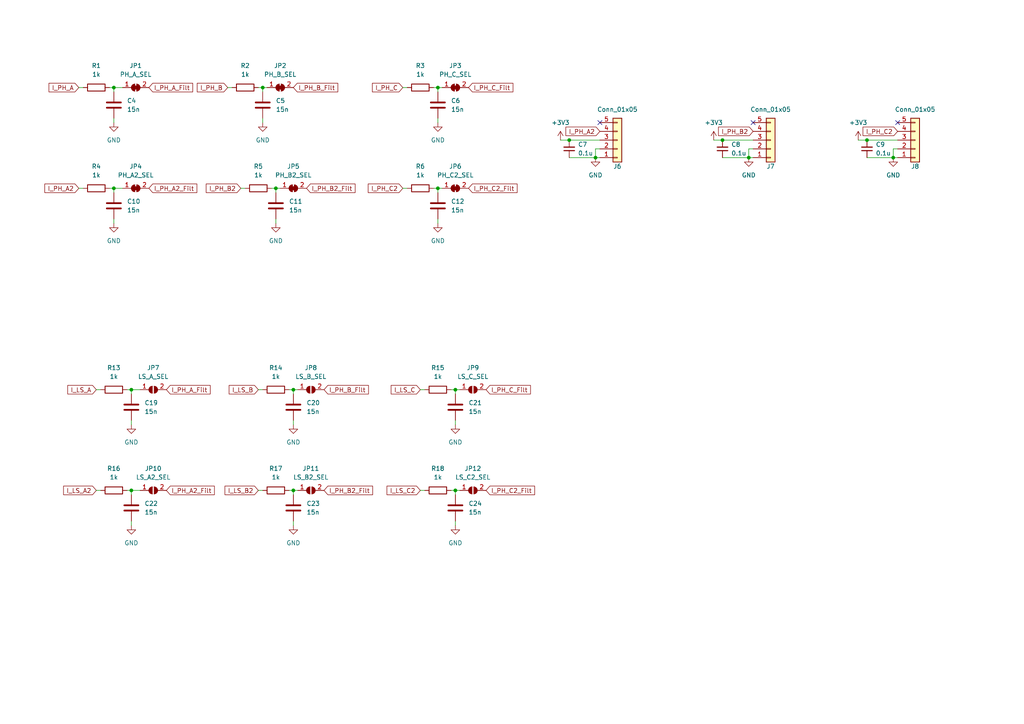
<source format=kicad_sch>
(kicad_sch (version 20230121) (generator eeschema)
  (paper "A4")
  (lib_symbols
    (symbol "Connector_Generic:Conn_01x05" (pin_names (offset 1.016) hide)
      (property "Reference" "J" (at 0 7.62 0))
      (property "Value" "Conn_01x05" (at 0 -7.62 0))
      (symbol "Conn_01x05_1_1"
        (rectangle (start -1.27 -4.953) (end 0 -5.207) (stroke (width 0.1524)))
        (rectangle (start -1.27 -2.413) (end 0 -2.667) (stroke (width 0.1524)))
        (rectangle (start -1.27 0.127) (end 0 -0.127) (stroke (width 0.1524)))
        (rectangle (start -1.27 2.667) (end 0 2.413) (stroke (width 0.1524)))
        (rectangle (start -1.27 5.207) (end 0 4.953) (stroke (width 0.1524)))
        (rectangle (start -1.27 6.35) (end 1.27 -6.35) (stroke (width 0.254)) (fill (type background)))
        (pin passive line (at -5.08 5.08 0) (length 3.81) (name "Pin_1") (number "1"))
        (pin passive line (at -5.08 2.54 0) (length 3.81) (name "Pin_2") (number "2"))
        (pin passive line (at -5.08 0 0) (length 3.81) (name "Pin_3") (number "3"))
        (pin passive line (at -5.08 -2.54 0) (length 3.81) (name "Pin_4") (number "4"))
        (pin passive line (at -5.08 -5.08 0) (length 3.81) (name "Pin_5") (number "5"))
      )
    )
    (symbol "Device:C" (pin_numbers hide) (pin_names (offset 0.254))
      (property "Reference" "C" (at 0.635 2.54 0))
      (property "Value" "C" (at 0.635 -2.54 0))
      (symbol "C_0_1"
        (polyline (pts (xy -2.032 -0.762) (xy 2.032 -0.762)) (stroke (width 0.508)))
        (polyline (pts (xy -2.032 0.762) (xy 2.032 0.762)) (stroke (width 0.508)))
      )
      (symbol "C_1_1"
        (pin passive line (at 0 3.81 270) (length 2.794) (name "~") (number "1"))
        (pin passive line (at 0 -3.81 90) (length 2.794) (name "~") (number "2"))
      )
    )
    (symbol "Device:C_Small" (pin_numbers hide) (pin_names (offset 0.254) hide)
      (property "Reference" "C" (at 0.254 1.778 0))
      (property "Value" "C_Small" (at 0.254 -2.032 0))
      (symbol "C_Small_0_1"
        (polyline (pts (xy -1.524 -0.508) (xy 1.524 -0.508)) (stroke (width 0.3302)))
        (polyline (pts (xy -1.524 0.508) (xy 1.524 0.508)) (stroke (width 0.3048)))
      )
      (symbol "C_Small_1_1"
        (pin passive line (at 0 2.54 270) (length 2.032) (name "~") (number "1"))
        (pin passive line (at 0 -2.54 90) (length 2.032) (name "~") (number "2"))
      )
    )
    (symbol "Device:R" (pin_numbers hide) (pin_names (offset 0))
      (property "Reference" "R" (at 2.032 0 90))
      (property "Value" "R" (at 0 0 90))
      (symbol "R_0_1"
        (rectangle (start -1.016 -2.54) (end 1.016 2.54) (stroke (width 0.254)))
      )
      (symbol "R_1_1"
        (pin passive line (at 0 3.81 270) (length 1.27) (name "~") (number "1"))
        (pin passive line (at 0 -3.81 90) (length 1.27) (name "~") (number "2"))
      )
    )
    (symbol "Jumper:SolderJumper_2_Bridged" (pin_names (offset 0) hide)
      (property "Reference" "JP" (at 0 2.032 0))
      (property "Value" "SolderJumper_2_Bridged" (at 0 -2.54 0))
      (symbol "SolderJumper_2_Bridged_0_1"
        (rectangle (start -0.508 0.508) (end 0.508 -0.508) (fill (type outline)))
        (arc (start -0.254 1.016) (mid -1.2656 0) (end -0.254 -1.016))
        (arc (start -0.254 1.016) (mid -1.2656 0) (end -0.254 -1.016) (fill (type outline)))
        (polyline (pts (xy -0.254 1.016) (xy -0.254 -1.016)))
        (polyline (pts (xy 0.254 1.016) (xy 0.254 -1.016)))
        (arc (start 0.254 -1.016) (mid 1.2656 0) (end 0.254 1.016))
        (arc (start 0.254 -1.016) (mid 1.2656 0) (end 0.254 1.016) (fill (type outline)))
      )
      (symbol "SolderJumper_2_Bridged_1_1"
        (pin passive line (at -3.81 0 0) (length 2.54) (name "A") (number "1"))
        (pin passive line (at 3.81 0 180) (length 2.54) (name "B") (number "2"))
      )
    )
    (symbol "Jumper:SolderJumper_2_Open" (pin_names (offset 0) hide)
      (property "Reference" "JP" (at 0 2.032 0))
      (property "Value" "SolderJumper_2_Open" (at 0 -2.54 0))
      (symbol "SolderJumper_2_Open_0_1"
        (arc (start -0.254 1.016) (mid -1.2656 0) (end -0.254 -1.016))
        (arc (start -0.254 1.016) (mid -1.2656 0) (end -0.254 -1.016) (fill (type outline)))
        (polyline (pts (xy -0.254 1.016) (xy -0.254 -1.016)))
        (polyline (pts (xy 0.254 1.016) (xy 0.254 -1.016)))
        (arc (start 0.254 -1.016) (mid 1.2656 0) (end 0.254 1.016))
        (arc (start 0.254 -1.016) (mid 1.2656 0) (end 0.254 1.016) (fill (type outline)))
      )
      (symbol "SolderJumper_2_Open_1_1"
        (pin passive line (at -3.81 0 0) (length 2.54) (name "A") (number "1"))
        (pin passive line (at 3.81 0 180) (length 2.54) (name "B") (number "2"))
      )
    )
    (symbol "power:+3.3V" (power) (pin_names (offset 0))
      (property "Value" "+3.3V" (at 0 3.556 0))
      (symbol "+3.3V_0_1"
        (polyline (pts (xy -0.762 1.27) (xy 0 2.54)))
        (polyline (pts (xy 0 0) (xy 0 2.54)))
        (polyline (pts (xy 0 2.54) (xy 0.762 1.27)))
      )
      (symbol "+3.3V_1_1"
        (pin power_in line (at 0 0 90) (length 0) hide (name "+3V3") (number "1"))
      )
    )
    (symbol "power:GND" (power) (pin_names (offset 0))
      (property "Value" "GND" (at 0 -3.81 0))
      (symbol "GND_0_1"
        (polyline (pts (xy 0 0) (xy 0 -1.27) (xy 1.27 -1.27) (xy 0 -2.54) (xy -1.27 -1.27) (xy 0 -1.27)))
      )
      (symbol "GND_1_1"
        (pin power_in line (at 0 0 270) (length 0) hide (name "GND") (number "1"))
      )
    )
  )
  (junction (at 172.72 45.72))
  (junction (at 132.08 142.24))
  (junction (at 85.09 142.24))
  (junction (at 209.55 40.64))
  (junction (at 165.1 40.64))
  (junction (at 76.2 25.4))
  (junction (at 33.02 54.61))
  (junction (at 127 25.4))
  (junction (at 80.01 54.61))
  (junction (at 259.08 45.72))
  (junction (at 132.08 113.03))
  (junction (at 85.09 113.03))
  (junction (at 217.17 45.72))
  (junction (at 38.1 142.24))
  (junction (at 251.46 40.64))
  (junction (at 127 54.61))
  (junction (at 33.02 25.4))
  (junction (at 38.1 113.03))
  (no_connect (at 218.44 35.56))
  (no_connect (at 173.99 35.56))
  (no_connect (at 260.35 35.56))
  (wire (pts (xy 127 54.61) (xy 128.27 54.61)))
  (wire (pts (xy 22.86 54.61) (xy 24.13 54.61)))
  (wire (pts (xy 33.02 34.29) (xy 33.02 35.56)))
  (wire (pts (xy 85.09 113.03) (xy 85.09 114.3)))
  (wire (pts (xy 207.01 40.64) (xy 209.55 40.64)))
  (wire (pts (xy 74.93 25.4) (xy 76.2 25.4)))
  (wire (pts (xy 33.02 54.61) (xy 35.56 54.61)))
  (wire (pts (xy 83.82 142.24) (xy 85.09 142.24)))
  (wire (pts (xy 165.1 45.72) (xy 172.72 45.72)))
  (wire (pts (xy 38.1 121.92) (xy 38.1 123.19)))
  (wire (pts (xy 127 25.4) (xy 127 26.67)))
  (wire (pts (xy 132.08 113.03) (xy 132.08 114.3)))
  (wire (pts (xy 116.84 25.4) (xy 118.11 25.4)))
  (wire (pts (xy 217.17 45.72) (xy 218.44 45.72)))
  (wire (pts (xy 162.56 40.64) (xy 165.1 40.64)))
  (wire (pts (xy 74.93 113.03) (xy 76.2 113.03)))
  (wire (pts (xy 132.08 113.03) (xy 133.35 113.03)))
  (wire (pts (xy 127 54.61) (xy 127 55.88)))
  (wire (pts (xy 86.36 113.03) (xy 85.09 113.03)))
  (wire (pts (xy 78.74 54.61) (xy 80.01 54.61)))
  (wire (pts (xy 80.01 54.61) (xy 80.01 55.88)))
  (wire (pts (xy 76.2 34.29) (xy 76.2 35.56)))
  (wire (pts (xy 172.72 45.72) (xy 173.99 45.72)))
  (wire (pts (xy 22.86 25.4) (xy 24.13 25.4)))
  (wire (pts (xy 85.09 151.13) (xy 85.09 152.4)))
  (wire (pts (xy 172.72 43.18) (xy 173.99 43.18)))
  (wire (pts (xy 38.1 113.03) (xy 40.64 113.03)))
  (wire (pts (xy 33.02 54.61) (xy 33.02 55.88)))
  (wire (pts (xy 38.1 151.13) (xy 38.1 152.4)))
  (wire (pts (xy 132.08 142.24) (xy 132.08 143.51)))
  (wire (pts (xy 69.85 54.61) (xy 71.12 54.61)))
  (wire (pts (xy 74.93 142.24) (xy 76.2 142.24)))
  (wire (pts (xy 127 25.4) (xy 128.27 25.4)))
  (wire (pts (xy 259.08 43.18) (xy 260.35 43.18)))
  (wire (pts (xy 125.73 25.4) (xy 127 25.4)))
  (wire (pts (xy 132.08 121.92) (xy 132.08 123.19)))
  (wire (pts (xy 31.75 54.61) (xy 33.02 54.61)))
  (wire (pts (xy 130.81 142.24) (xy 132.08 142.24)))
  (wire (pts (xy 33.02 25.4) (xy 35.56 25.4)))
  (wire (pts (xy 251.46 40.64) (xy 260.35 40.64)))
  (wire (pts (xy 217.17 45.72) (xy 217.17 43.18)))
  (wire (pts (xy 116.84 54.61) (xy 118.11 54.61)))
  (wire (pts (xy 38.1 142.24) (xy 38.1 143.51)))
  (wire (pts (xy 259.08 45.72) (xy 260.35 45.72)))
  (wire (pts (xy 165.1 40.64) (xy 173.99 40.64)))
  (wire (pts (xy 132.08 142.24) (xy 133.35 142.24)))
  (wire (pts (xy 209.55 45.72) (xy 217.17 45.72)))
  (wire (pts (xy 127 63.5) (xy 127 64.77)))
  (wire (pts (xy 209.55 40.64) (xy 218.44 40.64)))
  (wire (pts (xy 127 34.29) (xy 127 35.56)))
  (wire (pts (xy 259.08 45.72) (xy 259.08 43.18)))
  (wire (pts (xy 36.83 113.03) (xy 38.1 113.03)))
  (wire (pts (xy 121.92 142.24) (xy 123.19 142.24)))
  (wire (pts (xy 132.08 151.13) (xy 132.08 152.4)))
  (wire (pts (xy 31.75 25.4) (xy 33.02 25.4)))
  (wire (pts (xy 172.72 45.72) (xy 172.72 43.18)))
  (wire (pts (xy 38.1 142.24) (xy 40.64 142.24)))
  (wire (pts (xy 85.09 142.24) (xy 85.09 143.51)))
  (wire (pts (xy 80.01 54.61) (xy 81.28 54.61)))
  (wire (pts (xy 130.81 113.03) (xy 132.08 113.03)))
  (wire (pts (xy 76.2 25.4) (xy 76.2 26.67)))
  (wire (pts (xy 251.46 45.72) (xy 259.08 45.72)))
  (wire (pts (xy 33.02 25.4) (xy 33.02 26.67)))
  (wire (pts (xy 27.94 113.03) (xy 29.21 113.03)))
  (wire (pts (xy 27.94 142.24) (xy 29.21 142.24)))
  (wire (pts (xy 85.09 121.92) (xy 85.09 123.19)))
  (wire (pts (xy 85.09 142.24) (xy 86.36 142.24)))
  (wire (pts (xy 125.73 54.61) (xy 127 54.61)))
  (wire (pts (xy 80.01 63.5) (xy 80.01 64.77)))
  (wire (pts (xy 248.92 40.64) (xy 251.46 40.64)))
  (wire (pts (xy 36.83 142.24) (xy 38.1 142.24)))
  (wire (pts (xy 66.04 25.4) (xy 67.31 25.4)))
  (wire (pts (xy 33.02 63.5) (xy 33.02 64.77)))
  (wire (pts (xy 38.1 113.03) (xy 38.1 114.3)))
  (wire (pts (xy 121.92 113.03) (xy 123.19 113.03)))
  (wire (pts (xy 83.82 113.03) (xy 85.09 113.03)))
  (wire (pts (xy 77.47 25.4) (xy 76.2 25.4)))
  (wire (pts (xy 217.17 43.18) (xy 218.44 43.18)))
  (global_label "I_PH_B2_Filt" (shape input) (at 93.98 142.24 0) (property "Intersheetrefs" "${INTERSHEET_REFS}" (effects hide)))
  (global_label "I_LS_C2" (shape input) (at 121.92 142.24 180) (property "Intersheetrefs" "${INTERSHEET_REFS}" (effects hide)))
  (global_label "I_PH_C_Filt" (shape input) (at 140.97 113.03 0) (property "Intersheetrefs" "${INTERSHEET_REFS}" (effects hide)))
  (global_label "I_PH_A_Filt" (shape input) (at 43.18 25.4 0) (property "Intersheetrefs" "${INTERSHEET_REFS}" (effects hide)))
  (global_label "I_PH_C2_Filt" (shape input) (at 140.97 142.24 0) (property "Intersheetrefs" "${INTERSHEET_REFS}" (effects hide)))
  (global_label "I_PH_B_Filt" (shape input) (at 85.09 25.4 0) (property "Intersheetrefs" "${INTERSHEET_REFS}" (effects hide)))
  (global_label "I_PH_C_Filt" (shape input) (at 135.89 25.4 0) (property "Intersheetrefs" "${INTERSHEET_REFS}" (effects hide)))
  (global_label "I_PH_A_Filt" (shape input) (at 48.26 113.03 0) (property "Intersheetrefs" "${INTERSHEET_REFS}" (effects hide)))
  (global_label "I_PH_A2_Filt" (shape input) (at 43.18 54.61 0) (property "Intersheetrefs" "${INTERSHEET_REFS}" (effects hide)))
  (global_label "I_PH_C2" (shape input) (at 116.84 54.61 180) (property "Intersheetrefs" "${INTERSHEET_REFS}" (effects hide)))
  (global_label "I_PH_A2_Filt" (shape input) (at 48.26 142.24 0) (property "Intersheetrefs" "${INTERSHEET_REFS}" (effects hide)))
  (global_label "I_LS_B" (shape input) (at 74.93 113.03 180) (property "Intersheetrefs" "${INTERSHEET_REFS}" (effects hide)))
  (global_label "I_PH_C2_Filt" (shape input) (at 135.89 54.61 0) (property "Intersheetrefs" "${INTERSHEET_REFS}" (effects hide)))
  (global_label "I_PH_B" (shape input) (at 66.04 25.4 180) (property "Intersheetrefs" "${INTERSHEET_REFS}" (effects hide)))
  (global_label "I_LS_A" (shape input) (at 27.94 113.03 180) (property "Intersheetrefs" "${INTERSHEET_REFS}" (effects hide)))
  (global_label "I_PH_B_Filt" (shape input) (at 93.98 113.03 0) (property "Intersheetrefs" "${INTERSHEET_REFS}" (effects hide)))
  (global_label "I_PH_A2" (shape input) (at 22.86 54.61 180) (property "Intersheetrefs" "${INTERSHEET_REFS}" (effects hide)))
  (global_label "I_PH_A2" (shape input) (at 173.99 38.1 180) (property "Intersheetrefs" "${INTERSHEET_REFS}" (effects hide)))
  (global_label "I_LS_B2" (shape input) (at 74.93 142.24 180) (property "Intersheetrefs" "${INTERSHEET_REFS}" (effects hide)))
  (global_label "I_PH_A" (shape input) (at 22.86 25.4 180) (property "Intersheetrefs" "${INTERSHEET_REFS}" (effects hide)))
  (global_label "I_LS_C" (shape input) (at 121.92 113.03 180) (property "Intersheetrefs" "${INTERSHEET_REFS}" (effects hide)))
  (global_label "I_LS_A2" (shape input) (at 27.94 142.24 180) (property "Intersheetrefs" "${INTERSHEET_REFS}" (effects hide)))
  (global_label "I_PH_B2" (shape input) (at 69.85 54.61 180) (property "Intersheetrefs" "${INTERSHEET_REFS}" (effects hide)))
  (global_label "I_PH_C" (shape input) (at 116.84 25.4 180) (property "Intersheetrefs" "${INTERSHEET_REFS}" (effects hide)))
  (global_label "I_PH_B2_Filt" (shape input) (at 88.9 54.61 0) (property "Intersheetrefs" "${INTERSHEET_REFS}" (effects hide)))
  (global_label "I_PH_C2" (shape input) (at 260.35 38.1 180) (property "Intersheetrefs" "${INTERSHEET_REFS}" (effects hide)))
  (global_label "I_PH_B2" (shape input) (at 218.44 38.1 180) (property "Intersheetrefs" "${INTERSHEET_REFS}" (effects hide)))
  (symbol (lib_id "Device:R") (at 74.93 54.61 90) (unit 1)
    (property "Reference" "R5" (at 74.93 48.26 90))
    (property "Value" "1k" (at 74.93 50.8 90))
    (property "Footprint" "Resistor_SMD:R_0603_1608Metric_Pad0.98x0.95mm_HandSolder" (effects hide))
  )
  (symbol (lib_id "power:GND") (at 80.01 64.77 0) (unit 1)
    (property "Reference" "#PWR026" (effects hide))
    (property "Value" "GND" (at 80.01 69.85 0))
  )
  (symbol (lib_id "power:GND") (at 85.09 123.19 0) (unit 1)
    (property "Reference" "#PWR047" (effects hide))
    (property "Value" "GND" (at 85.09 128.27 0))
  )
  (symbol (lib_id "Jumper:SolderJumper_2_Open") (at 44.45 113.03 0) (unit 1)
    (property "Reference" "JP7" (at 44.45 106.68 0))
    (property "Value" "LS_A_SEL" (at 44.45 109.22 0))
    (property "Footprint" "Jumper:SolderJumper-2_P1.3mm_Open_RoundedPad1.0x1.5mm" (effects hide))
  )
  (symbol (lib_id "Device:C") (at 33.02 30.48 0) (unit 1)
    (property "Reference" "C4" (at 36.83 29.21 0) (effects (justify left)))
    (property "Value" "15n" (at 36.83 31.75 0) (effects (justify left)))
    (property "Footprint" "Capacitor_SMD:C_0603_1608Metric_Pad1.08x0.95mm_HandSolder" (effects hide))
  )
  (symbol (lib_id "Device:C_Small") (at 209.55 43.18 180) (unit 1)
    (property "Reference" "C8" (at 212.09 41.9035 0) (effects (justify right)))
    (property "Value" "0.1u" (at 212.09 44.4435 0) (effects (justify right)))
    (property "Footprint" "Capacitor_SMD:C_0603_1608Metric_Pad1.08x0.95mm_HandSolder" (effects hide))
  )
  (symbol (lib_id "Device:C") (at 132.08 118.11 0) (unit 1)
    (property "Reference" "C21" (at 135.89 116.84 0) (effects (justify left)))
    (property "Value" "15n" (at 135.89 119.38 0) (effects (justify left)))
    (property "Footprint" "Capacitor_SMD:C_0603_1608Metric_Pad1.08x0.95mm_HandSolder" (effects hide))
  )
  (symbol (lib_id "Jumper:SolderJumper_2_Open") (at 137.16 113.03 0) (unit 1)
    (property "Reference" "JP9" (at 137.16 106.68 0))
    (property "Value" "LS_C_SEL" (at 137.16 109.22 0))
    (property "Footprint" "Jumper:SolderJumper-2_P1.3mm_Open_RoundedPad1.0x1.5mm" (effects hide))
  )
  (symbol (lib_id "power:GND") (at 132.08 123.19 0) (unit 1)
    (property "Reference" "#PWR049" (effects hide))
    (property "Value" "GND" (at 132.08 128.27 0))
  )
  (symbol (lib_id "Device:R") (at 27.94 25.4 90) (unit 1)
    (property "Reference" "R1" (at 27.94 19.05 90))
    (property "Value" "1k" (at 27.94 21.59 90))
    (property "Footprint" "Resistor_SMD:R_0603_1608Metric_Pad0.98x0.95mm_HandSolder" (effects hide))
  )
  (symbol (lib_id "power:GND") (at 172.72 45.72 0) (unit 1)
    (property "Reference" "#PWR021" (effects hide))
    (property "Value" "GND" (at 172.72 50.8 0))
  )
  (symbol (lib_id "Device:R") (at 27.94 54.61 90) (unit 1)
    (property "Reference" "R4" (at 27.94 48.26 90))
    (property "Value" "1k" (at 27.94 50.8 90))
    (property "Footprint" "Resistor_SMD:R_0603_1608Metric_Pad0.98x0.95mm_HandSolder" (effects hide))
  )
  (symbol (lib_id "Jumper:SolderJumper_2_Open") (at 137.16 142.24 0) (unit 1)
    (property "Reference" "JP12" (at 137.16 135.89 0))
    (property "Value" "LS_C2_SEL" (at 137.16 138.43 0))
    (property "Footprint" "Jumper:SolderJumper-2_P1.3mm_Open_RoundedPad1.0x1.5mm" (effects hide))
  )
  (symbol (lib_id "Device:C_Small") (at 251.46 43.18 180) (unit 1)
    (property "Reference" "C9" (at 254 41.9035 0) (effects (justify right)))
    (property "Value" "0.1u" (at 254 44.4435 0) (effects (justify right)))
    (property "Footprint" "Capacitor_SMD:C_0603_1608Metric_Pad1.08x0.95mm_HandSolder" (effects hide))
  )
  (symbol (lib_id "Device:R") (at 80.01 142.24 90) (unit 1)
    (property "Reference" "R17" (at 80.01 135.89 90))
    (property "Value" "1k" (at 80.01 138.43 90))
    (property "Footprint" "Resistor_SMD:R_0603_1608Metric_Pad0.98x0.95mm_HandSolder" (effects hide))
  )
  (symbol (lib_id "power:GND") (at 38.1 123.19 0) (unit 1)
    (property "Reference" "#PWR045" (effects hide))
    (property "Value" "GND" (at 38.1 128.27 0))
  )
  (symbol (lib_id "Jumper:SolderJumper_2_Bridged") (at 81.28 25.4 0) (unit 1)
    (property "Reference" "JP2" (at 81.28 19.05 0))
    (property "Value" "PH_B_SEL" (at 81.28 21.59 0))
    (property "Footprint" "Jumper:SolderJumper-2_P1.3mm_Bridged_RoundedPad1.0x1.5mm" (effects hide))
  )
  (symbol (lib_id "Device:C") (at 127 30.48 0) (unit 1)
    (property "Reference" "C6" (at 130.81 29.21 0) (effects (justify left)))
    (property "Value" "15n" (at 130.81 31.75 0) (effects (justify left)))
    (property "Footprint" "Capacitor_SMD:C_0603_1608Metric_Pad1.08x0.95mm_HandSolder" (effects hide))
  )
  (symbol (lib_id "power:GND") (at 33.02 64.77 0) (unit 1)
    (property "Reference" "#PWR017" (effects hide))
    (property "Value" "GND" (at 33.02 69.85 0))
  )
  (symbol (lib_id "Device:C_Small") (at 165.1 43.18 180) (unit 1)
    (property "Reference" "C7" (at 167.64 41.9035 0) (effects (justify right)))
    (property "Value" "0.1u" (at 167.64 44.4435 0) (effects (justify right)))
    (property "Footprint" "Capacitor_SMD:C_0603_1608Metric_Pad1.08x0.95mm_HandSolder" (effects hide))
  )
  (symbol (lib_id "Device:R") (at 80.01 113.03 90) (unit 1)
    (property "Reference" "R14" (at 80.01 106.68 90))
    (property "Value" "1k" (at 80.01 109.22 90))
    (property "Footprint" "Resistor_SMD:R_0603_1608Metric_Pad0.98x0.95mm_HandSolder" (effects hide))
  )
  (symbol (lib_id "power:GND") (at 217.17 45.72 0) (unit 1)
    (property "Reference" "#PWR023" (effects hide))
    (property "Value" "GND" (at 217.17 50.8 0))
  )
  (symbol (lib_id "Device:R") (at 33.02 113.03 90) (unit 1)
    (property "Reference" "R13" (at 33.02 106.68 90))
    (property "Value" "1k" (at 33.02 109.22 90))
    (property "Footprint" "Resistor_SMD:R_0603_1608Metric_Pad0.98x0.95mm_HandSolder" (effects hide))
  )
  (symbol (lib_id "power:GND") (at 127 35.56 0) (unit 1)
    (property "Reference" "#PWR027" (effects hide))
    (property "Value" "GND" (at 127 40.64 0))
  )
  (symbol (lib_id "Device:C") (at 127 59.69 0) (unit 1)
    (property "Reference" "C12" (at 130.81 58.42 0) (effects (justify left)))
    (property "Value" "15n" (at 130.81 60.96 0) (effects (justify left)))
    (property "Footprint" "Capacitor_SMD:C_0603_1608Metric_Pad1.08x0.95mm_HandSolder" (effects hide))
  )
  (symbol (lib_id "Jumper:SolderJumper_2_Bridged") (at 132.08 25.4 0) (unit 1)
    (property "Reference" "JP3" (at 132.08 19.05 0))
    (property "Value" "PH_C_SEL" (at 132.08 21.59 0))
    (property "Footprint" "Jumper:SolderJumper-2_P1.3mm_Bridged_RoundedPad1.0x1.5mm" (effects hide))
  )
  (symbol (lib_id "Device:R") (at 121.92 25.4 90) (unit 1)
    (property "Reference" "R3" (at 121.92 19.05 90))
    (property "Value" "1k" (at 121.92 21.59 90))
    (property "Footprint" "Resistor_SMD:R_0603_1608Metric_Pad0.98x0.95mm_HandSolder" (effects hide))
  )
  (symbol (lib_id "power:GND") (at 85.09 152.4 0) (unit 1)
    (property "Reference" "#PWR048" (effects hide))
    (property "Value" "GND" (at 85.09 157.48 0))
  )
  (symbol (lib_id "Jumper:SolderJumper_2_Bridged") (at 39.37 54.61 0) (unit 1)
    (property "Reference" "JP4" (at 39.37 48.26 0))
    (property "Value" "PH_A2_SEL" (at 39.37 50.8 0))
    (property "Footprint" "Jumper:SolderJumper-2_P1.3mm_Bridged_RoundedPad1.0x1.5mm" (effects hide))
  )
  (symbol (lib_id "Jumper:SolderJumper_2_Open") (at 90.17 113.03 0) (unit 1)
    (property "Reference" "JP8" (at 90.17 106.68 0))
    (property "Value" "LS_B_SEL" (at 90.17 109.22 0))
    (property "Footprint" "Jumper:SolderJumper-2_P1.3mm_Open_RoundedPad1.0x1.5mm" (effects hide))
  )
  (symbol (lib_id "power:+3.3V") (at 162.56 40.64 0) (unit 1)
    (property "Reference" "#PWR020" (effects hide))
    (property "Value" "+3.3V" (at 162.56 35.56 0))
  )
  (symbol (lib_id "power:GND") (at 38.1 152.4 0) (unit 1)
    (property "Reference" "#PWR046" (effects hide))
    (property "Value" "GND" (at 38.1 157.48 0))
  )
  (symbol (lib_id "Device:C") (at 85.09 147.32 0) (unit 1)
    (property "Reference" "C23" (at 88.9 146.05 0) (effects (justify left)))
    (property "Value" "15n" (at 88.9 148.59 0) (effects (justify left)))
    (property "Footprint" "Capacitor_SMD:C_0603_1608Metric_Pad1.08x0.95mm_HandSolder" (effects hide))
  )
  (symbol (lib_id "power:GND") (at 132.08 152.4 0) (unit 1)
    (property "Reference" "#PWR050" (effects hide))
    (property "Value" "GND" (at 132.08 157.48 0))
  )
  (symbol (lib_id "Device:R") (at 71.12 25.4 90) (unit 1)
    (property "Reference" "R2" (at 71.12 19.05 90))
    (property "Value" "1k" (at 71.12 21.59 90))
    (property "Footprint" "Resistor_SMD:R_0603_1608Metric_Pad0.98x0.95mm_HandSolder" (effects hide))
  )
  (symbol (lib_id "power:+3.3V") (at 248.92 40.64 0) (unit 1)
    (property "Reference" "#PWR024" (effects hide))
    (property "Value" "+3.3V" (at 248.92 35.56 0))
  )
  (symbol (lib_id "Device:C") (at 38.1 147.32 0) (unit 1)
    (property "Reference" "C22" (at 41.91 146.05 0) (effects (justify left)))
    (property "Value" "15n" (at 41.91 148.59 0) (effects (justify left)))
    (property "Footprint" "Capacitor_SMD:C_0603_1608Metric_Pad1.08x0.95mm_HandSolder" (effects hide))
  )
  (symbol (lib_id "Jumper:SolderJumper_2_Open") (at 44.45 142.24 0) (unit 1)
    (property "Reference" "JP10" (at 44.45 135.89 0))
    (property "Value" "LS_A2_SEL" (at 44.45 138.43 0))
    (property "Footprint" "Jumper:SolderJumper-2_P1.3mm_Open_RoundedPad1.0x1.5mm" (effects hide))
  )
  (symbol (lib_id "Device:C") (at 132.08 147.32 0) (unit 1)
    (property "Reference" "C24" (at 135.89 146.0499 0) (effects (justify left)))
    (property "Value" "15n" (at 135.89 148.5899 0) (effects (justify left)))
    (property "Footprint" "Capacitor_SMD:C_0603_1608Metric_Pad1.08x0.95mm_HandSolder" (effects hide))
  )
  (symbol (lib_id "Jumper:SolderJumper_2_Open") (at 90.17 142.24 0) (unit 1)
    (property "Reference" "JP11" (at 90.17 135.89 0))
    (property "Value" "LS_B2_SEL" (at 90.17 138.43 0))
    (property "Footprint" "Jumper:SolderJumper-2_P1.3mm_Open_RoundedPad1.0x1.5mm" (effects hide))
  )
  (symbol (lib_id "power:GND") (at 259.08 45.72 0) (unit 1)
    (property "Reference" "#PWR025" (effects hide))
    (property "Value" "GND" (at 259.08 50.8 0))
  )
  (symbol (lib_id "Device:C") (at 38.1 118.11 0) (unit 1)
    (property "Reference" "C19" (at 41.91 116.84 0) (effects (justify left)))
    (property "Value" "15n" (at 41.91 119.38 0) (effects (justify left)))
    (property "Footprint" "Capacitor_SMD:C_0603_1608Metric_Pad1.08x0.95mm_HandSolder" (effects hide))
  )
  (symbol (lib_id "power:GND") (at 76.2 35.56 0) (unit 1)
    (property "Reference" "#PWR019" (effects hide))
    (property "Value" "GND" (at 76.2 40.64 0))
  )
  (symbol (lib_id "power:GND") (at 127 64.77 0) (unit 1)
    (property "Reference" "#PWR028" (effects hide))
    (property "Value" "GND" (at 127 69.85 0))
  )
  (symbol (lib_id "Device:R") (at 33.02 142.24 90) (unit 1)
    (property "Reference" "R16" (at 33.02 135.89 90))
    (property "Value" "1k" (at 33.02 138.43 90))
    (property "Footprint" "Resistor_SMD:R_0603_1608Metric_Pad0.98x0.95mm_HandSolder" (effects hide))
  )
  (symbol (lib_id "power:GND") (at 33.02 35.56 0) (unit 1)
    (property "Reference" "#PWR018" (effects hide))
    (property "Value" "GND" (at 33.02 40.64 0))
  )
  (symbol (lib_id "Connector_Generic:Conn_01x05") (at 223.52 40.64 0) (mirror x) (unit 1)
    (property "Reference" "J7" (at 223.52 48.26 0))
    (property "Value" "Conn_01x05" (at 223.52 31.75 0))
    (property "Footprint" "Connector_PinSocket_2.54mm:PinSocket_1x05_P2.54mm_Vertical" (effects hide))
  )
  (symbol (lib_id "Device:R") (at 127 142.24 90) (unit 1)
    (property "Reference" "R18" (at 127 135.89 90))
    (property "Value" "1k" (at 127 138.43 90))
    (property "Footprint" "Resistor_SMD:R_0603_1608Metric_Pad0.98x0.95mm_HandSolder" (effects hide))
  )
  (symbol (lib_id "Connector_Generic:Conn_01x05") (at 265.43 40.64 0) (mirror x) (unit 1)
    (property "Reference" "J8" (at 265.43 48.26 0))
    (property "Value" "Conn_01x05" (at 265.43 31.75 0))
    (property "Footprint" "Connector_PinSocket_2.54mm:PinSocket_1x05_P2.54mm_Vertical" (effects hide))
  )
  (symbol (lib_id "Jumper:SolderJumper_2_Bridged") (at 132.08 54.61 0) (unit 1)
    (property "Reference" "JP6" (at 132.08 48.26 0))
    (property "Value" "PH_C2_SEL" (at 132.08 50.8 0))
    (property "Footprint" "Jumper:SolderJumper-2_P1.3mm_Bridged_RoundedPad1.0x1.5mm" (effects hide))
  )
  (symbol (lib_id "Device:R") (at 127 113.03 90) (unit 1)
    (property "Reference" "R15" (at 127 106.68 90))
    (property "Value" "1k" (at 127 109.22 90))
    (property "Footprint" "Resistor_SMD:R_0603_1608Metric_Pad0.98x0.95mm_HandSolder" (effects hide))
  )
  (symbol (lib_id "Device:C") (at 33.02 59.69 0) (unit 1)
    (property "Reference" "C10" (at 36.83 58.42 0) (effects (justify left)))
    (property "Value" "15n" (at 36.83 60.96 0) (effects (justify left)))
    (property "Footprint" "Capacitor_SMD:C_0603_1608Metric_Pad1.08x0.95mm_HandSolder" (effects hide))
  )
  (symbol (lib_id "Device:C") (at 85.09 118.11 0) (unit 1)
    (property "Reference" "C20" (at 88.9 116.84 0) (effects (justify left)))
    (property "Value" "15n" (at 88.9 119.38 0) (effects (justify left)))
    (property "Footprint" "Capacitor_SMD:C_0603_1608Metric_Pad1.08x0.95mm_HandSolder" (effects hide))
  )
  (symbol (lib_id "Jumper:SolderJumper_2_Bridged") (at 39.37 25.4 0) (unit 1)
    (property "Reference" "JP1" (at 39.37 19.05 0))
    (property "Value" "PH_A_SEL" (at 39.37 21.59 0))
    (property "Footprint" "Jumper:SolderJumper-2_P1.3mm_Bridged_RoundedPad1.0x1.5mm" (effects hide))
  )
  (symbol (lib_id "Connector_Generic:Conn_01x05") (at 179.07 40.64 0) (mirror x) (unit 1)
    (property "Reference" "J6" (at 179.07 48.26 0))
    (property "Value" "Conn_01x05" (at 179.07 31.75 0))
    (property "Footprint" "Connector_PinSocket_2.54mm:PinSocket_1x05_P2.54mm_Vertical" (effects hide))
  )
  (symbol (lib_id "Jumper:SolderJumper_2_Bridged") (at 85.09 54.61 0) (unit 1)
    (property "Reference" "JP5" (at 85.09 48.26 0))
    (property "Value" "PH_B2_SEL" (at 85.09 50.8 0))
    (property "Footprint" "Jumper:SolderJumper-2_P1.3mm_Bridged_RoundedPad1.0x1.5mm" (effects hide))
  )
  (symbol (lib_id "Device:C") (at 80.01 59.69 0) (unit 1)
    (property "Reference" "C11" (at 83.82 58.42 0) (effects (justify left)))
    (property "Value" "15n" (at 83.82 60.96 0) (effects (justify left)))
    (property "Footprint" "Capacitor_SMD:C_0603_1608Metric_Pad1.08x0.95mm_HandSolder" (effects hide))
  )
  (symbol (lib_id "Device:C") (at 76.2 30.48 0) (unit 1)
    (property "Reference" "C5" (at 80.01 29.21 0) (effects (justify left)))
    (property "Value" "15n" (at 80.01 31.75 0) (effects (justify left)))
    (property "Footprint" "Capacitor_SMD:C_0603_1608Metric_Pad1.08x0.95mm_HandSolder" (effects hide))
  )
  (symbol (lib_id "Device:R") (at 121.92 54.61 90) (unit 1)
    (property "Reference" "R6" (at 121.92 48.26 90))
    (property "Value" "1k" (at 121.92 50.8 90))
    (property "Footprint" "Resistor_SMD:R_0603_1608Metric_Pad0.98x0.95mm_HandSolder" (effects hide))
  )
  (symbol (lib_id "power:+3.3V") (at 207.01 40.64 0) (unit 1)
    (property "Reference" "#PWR022" (effects hide))
    (property "Value" "+3.3V" (at 207.01 35.56 0))
  )
)
</source>
